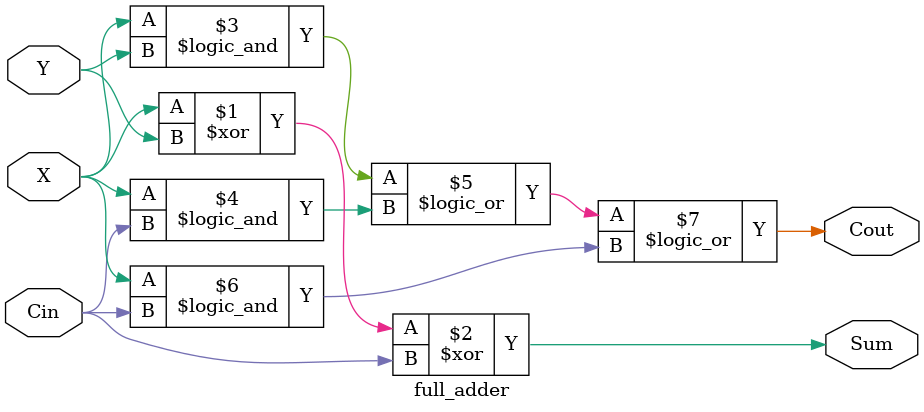
<source format=v>
module full_adder(X, Y, Cin, Cout, Sum);
input X, Y, Cin;
output Cout, Sum;
    assign Sum = X ^ Y ^ Cin;
    assign Cout = (X && Y) || (X && Cin) || (X && Cin);
endmodule
</source>
